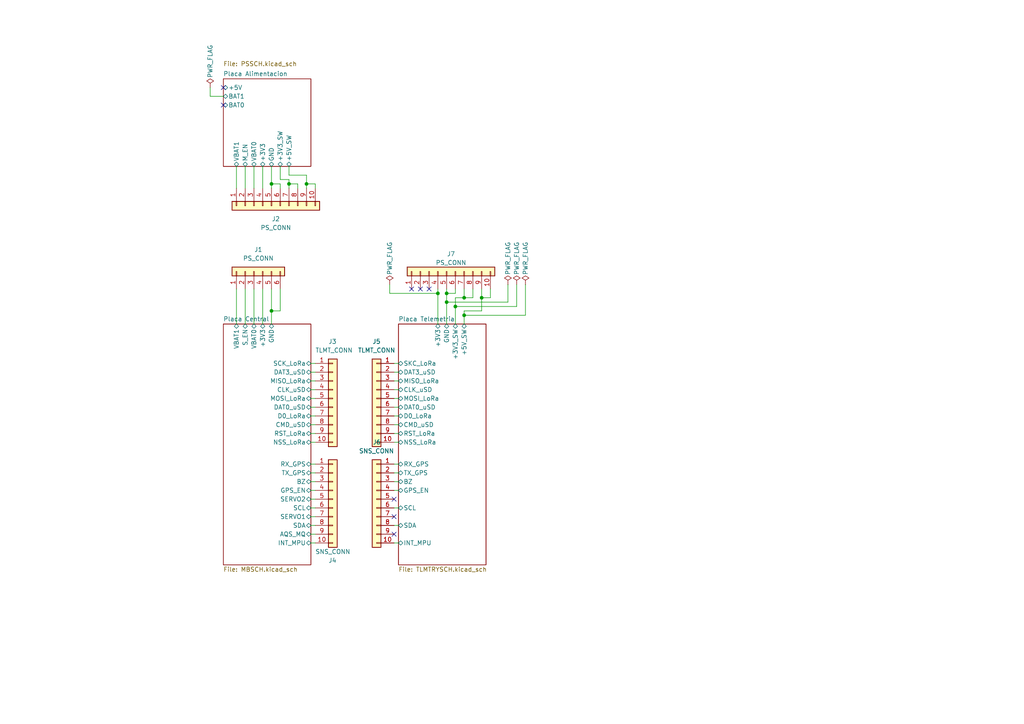
<source format=kicad_sch>
(kicad_sch (version 20230121) (generator eeschema)

  (uuid e63e39d7-6ac0-4ffd-8aa3-1841a4541b55)

  (paper "A4")

  (title_block
    (title "TBD")
    (date "2022-10-10")
    (rev "4_FULL")
    (company "gVIE")
    (comment 1 "Colegio: ITS Villada")
    (comment 2 "Córdoba, Argentina")
  )

  (lib_symbols
    (symbol "Connector_Generic:Conn_01x06" (pin_names (offset 1.016) hide) (in_bom yes) (on_board yes)
      (property "Reference" "J" (at 0 7.62 0)
        (effects (font (size 1.27 1.27)))
      )
      (property "Value" "Conn_01x06" (at 0 -10.16 0)
        (effects (font (size 1.27 1.27)))
      )
      (property "Footprint" "" (at 0 0 0)
        (effects (font (size 1.27 1.27)) hide)
      )
      (property "Datasheet" "~" (at 0 0 0)
        (effects (font (size 1.27 1.27)) hide)
      )
      (property "ki_keywords" "connector" (at 0 0 0)
        (effects (font (size 1.27 1.27)) hide)
      )
      (property "ki_description" "Generic connector, single row, 01x06, script generated (kicad-library-utils/schlib/autogen/connector/)" (at 0 0 0)
        (effects (font (size 1.27 1.27)) hide)
      )
      (property "ki_fp_filters" "Connector*:*_1x??_*" (at 0 0 0)
        (effects (font (size 1.27 1.27)) hide)
      )
      (symbol "Conn_01x06_1_1"
        (rectangle (start -1.27 -7.493) (end 0 -7.747)
          (stroke (width 0.1524) (type default))
          (fill (type none))
        )
        (rectangle (start -1.27 -4.953) (end 0 -5.207)
          (stroke (width 0.1524) (type default))
          (fill (type none))
        )
        (rectangle (start -1.27 -2.413) (end 0 -2.667)
          (stroke (width 0.1524) (type default))
          (fill (type none))
        )
        (rectangle (start -1.27 0.127) (end 0 -0.127)
          (stroke (width 0.1524) (type default))
          (fill (type none))
        )
        (rectangle (start -1.27 2.667) (end 0 2.413)
          (stroke (width 0.1524) (type default))
          (fill (type none))
        )
        (rectangle (start -1.27 5.207) (end 0 4.953)
          (stroke (width 0.1524) (type default))
          (fill (type none))
        )
        (rectangle (start -1.27 6.35) (end 1.27 -8.89)
          (stroke (width 0.254) (type default))
          (fill (type background))
        )
        (pin passive line (at -5.08 5.08 0) (length 3.81)
          (name "Pin_1" (effects (font (size 1.27 1.27))))
          (number "1" (effects (font (size 1.27 1.27))))
        )
        (pin passive line (at -5.08 2.54 0) (length 3.81)
          (name "Pin_2" (effects (font (size 1.27 1.27))))
          (number "2" (effects (font (size 1.27 1.27))))
        )
        (pin passive line (at -5.08 0 0) (length 3.81)
          (name "Pin_3" (effects (font (size 1.27 1.27))))
          (number "3" (effects (font (size 1.27 1.27))))
        )
        (pin passive line (at -5.08 -2.54 0) (length 3.81)
          (name "Pin_4" (effects (font (size 1.27 1.27))))
          (number "4" (effects (font (size 1.27 1.27))))
        )
        (pin passive line (at -5.08 -5.08 0) (length 3.81)
          (name "Pin_5" (effects (font (size 1.27 1.27))))
          (number "5" (effects (font (size 1.27 1.27))))
        )
        (pin passive line (at -5.08 -7.62 0) (length 3.81)
          (name "Pin_6" (effects (font (size 1.27 1.27))))
          (number "6" (effects (font (size 1.27 1.27))))
        )
      )
    )
    (symbol "Connector_Generic:Conn_01x10" (pin_names (offset 1.016) hide) (in_bom yes) (on_board yes)
      (property "Reference" "J" (at 0 12.7 0)
        (effects (font (size 1.27 1.27)))
      )
      (property "Value" "Conn_01x10" (at 0 -15.24 0)
        (effects (font (size 1.27 1.27)))
      )
      (property "Footprint" "" (at 0 0 0)
        (effects (font (size 1.27 1.27)) hide)
      )
      (property "Datasheet" "~" (at 0 0 0)
        (effects (font (size 1.27 1.27)) hide)
      )
      (property "ki_keywords" "connector" (at 0 0 0)
        (effects (font (size 1.27 1.27)) hide)
      )
      (property "ki_description" "Generic connector, single row, 01x10, script generated (kicad-library-utils/schlib/autogen/connector/)" (at 0 0 0)
        (effects (font (size 1.27 1.27)) hide)
      )
      (property "ki_fp_filters" "Connector*:*_1x??_*" (at 0 0 0)
        (effects (font (size 1.27 1.27)) hide)
      )
      (symbol "Conn_01x10_1_1"
        (rectangle (start -1.27 -12.573) (end 0 -12.827)
          (stroke (width 0.1524) (type default))
          (fill (type none))
        )
        (rectangle (start -1.27 -10.033) (end 0 -10.287)
          (stroke (width 0.1524) (type default))
          (fill (type none))
        )
        (rectangle (start -1.27 -7.493) (end 0 -7.747)
          (stroke (width 0.1524) (type default))
          (fill (type none))
        )
        (rectangle (start -1.27 -4.953) (end 0 -5.207)
          (stroke (width 0.1524) (type default))
          (fill (type none))
        )
        (rectangle (start -1.27 -2.413) (end 0 -2.667)
          (stroke (width 0.1524) (type default))
          (fill (type none))
        )
        (rectangle (start -1.27 0.127) (end 0 -0.127)
          (stroke (width 0.1524) (type default))
          (fill (type none))
        )
        (rectangle (start -1.27 2.667) (end 0 2.413)
          (stroke (width 0.1524) (type default))
          (fill (type none))
        )
        (rectangle (start -1.27 5.207) (end 0 4.953)
          (stroke (width 0.1524) (type default))
          (fill (type none))
        )
        (rectangle (start -1.27 7.747) (end 0 7.493)
          (stroke (width 0.1524) (type default))
          (fill (type none))
        )
        (rectangle (start -1.27 10.287) (end 0 10.033)
          (stroke (width 0.1524) (type default))
          (fill (type none))
        )
        (rectangle (start -1.27 11.43) (end 1.27 -13.97)
          (stroke (width 0.254) (type default))
          (fill (type background))
        )
        (pin passive line (at -5.08 10.16 0) (length 3.81)
          (name "Pin_1" (effects (font (size 1.27 1.27))))
          (number "1" (effects (font (size 1.27 1.27))))
        )
        (pin passive line (at -5.08 -12.7 0) (length 3.81)
          (name "Pin_10" (effects (font (size 1.27 1.27))))
          (number "10" (effects (font (size 1.27 1.27))))
        )
        (pin passive line (at -5.08 7.62 0) (length 3.81)
          (name "Pin_2" (effects (font (size 1.27 1.27))))
          (number "2" (effects (font (size 1.27 1.27))))
        )
        (pin passive line (at -5.08 5.08 0) (length 3.81)
          (name "Pin_3" (effects (font (size 1.27 1.27))))
          (number "3" (effects (font (size 1.27 1.27))))
        )
        (pin passive line (at -5.08 2.54 0) (length 3.81)
          (name "Pin_4" (effects (font (size 1.27 1.27))))
          (number "4" (effects (font (size 1.27 1.27))))
        )
        (pin passive line (at -5.08 0 0) (length 3.81)
          (name "Pin_5" (effects (font (size 1.27 1.27))))
          (number "5" (effects (font (size 1.27 1.27))))
        )
        (pin passive line (at -5.08 -2.54 0) (length 3.81)
          (name "Pin_6" (effects (font (size 1.27 1.27))))
          (number "6" (effects (font (size 1.27 1.27))))
        )
        (pin passive line (at -5.08 -5.08 0) (length 3.81)
          (name "Pin_7" (effects (font (size 1.27 1.27))))
          (number "7" (effects (font (size 1.27 1.27))))
        )
        (pin passive line (at -5.08 -7.62 0) (length 3.81)
          (name "Pin_8" (effects (font (size 1.27 1.27))))
          (number "8" (effects (font (size 1.27 1.27))))
        )
        (pin passive line (at -5.08 -10.16 0) (length 3.81)
          (name "Pin_9" (effects (font (size 1.27 1.27))))
          (number "9" (effects (font (size 1.27 1.27))))
        )
      )
    )
    (symbol "power:PWR_FLAG" (power) (pin_numbers hide) (pin_names (offset 0) hide) (in_bom yes) (on_board yes)
      (property "Reference" "#FLG" (at 0 1.905 0)
        (effects (font (size 1.27 1.27)) hide)
      )
      (property "Value" "PWR_FLAG" (at 0 3.81 0)
        (effects (font (size 1.27 1.27)))
      )
      (property "Footprint" "" (at 0 0 0)
        (effects (font (size 1.27 1.27)) hide)
      )
      (property "Datasheet" "~" (at 0 0 0)
        (effects (font (size 1.27 1.27)) hide)
      )
      (property "ki_keywords" "power-flag" (at 0 0 0)
        (effects (font (size 1.27 1.27)) hide)
      )
      (property "ki_description" "Special symbol for telling ERC where power comes from" (at 0 0 0)
        (effects (font (size 1.27 1.27)) hide)
      )
      (symbol "PWR_FLAG_0_0"
        (pin power_out line (at 0 0 90) (length 0)
          (name "pwr" (effects (font (size 1.27 1.27))))
          (number "1" (effects (font (size 1.27 1.27))))
        )
      )
      (symbol "PWR_FLAG_0_1"
        (polyline
          (pts
            (xy 0 0)
            (xy 0 1.27)
            (xy -1.016 1.905)
            (xy 0 2.54)
            (xy 1.016 1.905)
            (xy 0 1.27)
          )
          (stroke (width 0) (type default))
          (fill (type none))
        )
      )
    )
  )

  (junction (at 129.54 85.09) (diameter 0) (color 0 0 0 0)
    (uuid 133a55a1-5d35-4d54-a5fc-b080c343177c)
  )
  (junction (at 88.9 53.34) (diameter 0) (color 0 0 0 0)
    (uuid 204d2551-9da2-4789-999f-e73eb90b0926)
  )
  (junction (at 139.7 86.36) (diameter 0) (color 0 0 0 0)
    (uuid 67f6158d-a64f-4c31-ab05-4cf34c39977b)
  )
  (junction (at 134.62 91.44) (diameter 0) (color 0 0 0 0)
    (uuid 84f0d5ae-027a-46a2-b953-fb63beb1f328)
  )
  (junction (at 83.82 53.34) (diameter 0) (color 0 0 0 0)
    (uuid 8ea59f50-3c63-4bf1-bf62-5eab5bcd0f29)
  )
  (junction (at 78.74 90.17) (diameter 0) (color 0 0 0 0)
    (uuid a9b42288-928d-4a67-855d-437e5734f8d6)
  )
  (junction (at 129.54 87.63) (diameter 0) (color 0 0 0 0)
    (uuid ae9e1bd1-d282-478c-8db0-828e30e9b2c8)
  )
  (junction (at 134.62 86.36) (diameter 0) (color 0 0 0 0)
    (uuid c1e616e9-1200-4db4-af10-fb4e70e86bfd)
  )
  (junction (at 132.08 88.9) (diameter 0) (color 0 0 0 0)
    (uuid c82f0249-9d2a-48bd-b244-727056ef2a66)
  )
  (junction (at 127 85.09) (diameter 0) (color 0 0 0 0)
    (uuid e0012e12-cdd9-4b86-a316-b9960806daea)
  )
  (junction (at 78.74 53.34) (diameter 0) (color 0 0 0 0)
    (uuid ee2e89e4-77bf-4781-a89b-456d3ee64b1a)
  )

  (no_connect (at 64.77 30.48) (uuid 078372c9-173d-4dd9-b525-83430ee4b8af))
  (no_connect (at 124.46 83.82) (uuid 46b6d44e-1109-4007-8ee3-255a59828f7f))
  (no_connect (at 121.92 83.82) (uuid 63847f86-e65b-440c-b75f-766b3f1f51b4))
  (no_connect (at 64.77 25.4) (uuid 7d43e695-94e7-4851-8243-ef0b89b4cf98))
  (no_connect (at 114.3 144.78) (uuid 8d07bbc4-84bf-4ddd-9eb6-7a77f2ac2633))
  (no_connect (at 114.3 154.94) (uuid 8d07bbc4-84bf-4ddd-9eb6-7a77f2ac2636))
  (no_connect (at 114.3 149.86) (uuid 8d07bbc4-84bf-4ddd-9eb6-7a77f2ac2638))
  (no_connect (at 119.38 83.82) (uuid ac0d4fc9-f592-470f-adbd-4840f332418f))

  (wire (pts (xy 83.82 48.26) (xy 83.82 50.8))
    (stroke (width 0) (type default))
    (uuid 01691f12-300c-47b0-8278-bc40854f7182)
  )
  (wire (pts (xy 83.82 52.07) (xy 83.82 53.34))
    (stroke (width 0) (type default))
    (uuid 0b0d0cc5-b325-4df2-8c4c-1903e74e76f9)
  )
  (wire (pts (xy 114.3 157.48) (xy 115.57 157.48))
    (stroke (width 0) (type default))
    (uuid 130bba6e-ad60-480b-bfa9-efe5c8dd3408)
  )
  (wire (pts (xy 71.12 48.26) (xy 71.12 54.61))
    (stroke (width 0) (type default))
    (uuid 134cc890-fe13-4f6b-9be4-40bcdb4fda43)
  )
  (wire (pts (xy 139.7 86.36) (xy 139.7 90.17))
    (stroke (width 0) (type default))
    (uuid 1668dd3a-7f0d-4a66-8983-c1947d6f09a8)
  )
  (wire (pts (xy 88.9 50.8) (xy 88.9 53.34))
    (stroke (width 0) (type default))
    (uuid 178eae74-fa81-4625-8f28-84bdf4846b5b)
  )
  (wire (pts (xy 81.28 53.34) (xy 78.74 53.34))
    (stroke (width 0) (type default))
    (uuid 1a23bffa-03f7-4bfa-90f4-93859e92189a)
  )
  (wire (pts (xy 149.86 82.55) (xy 149.86 88.9))
    (stroke (width 0) (type default))
    (uuid 1f596f42-ebc0-4a37-86af-1ed6ca94b9a3)
  )
  (wire (pts (xy 132.08 83.82) (xy 132.08 85.09))
    (stroke (width 0) (type default))
    (uuid 20bb9fb1-12fe-46f7-b912-d8a7c5995a6e)
  )
  (wire (pts (xy 90.17 105.41) (xy 91.44 105.41))
    (stroke (width 0) (type default))
    (uuid 26e1d914-e53b-4ae4-9fa8-e998725d3de8)
  )
  (wire (pts (xy 134.62 91.44) (xy 134.62 93.98))
    (stroke (width 0) (type default))
    (uuid 270312e1-2ecf-4a27-99ad-3d00e2c791c7)
  )
  (wire (pts (xy 134.62 90.17) (xy 134.62 91.44))
    (stroke (width 0) (type default))
    (uuid 27fa8d09-9767-4681-b052-d6dbd090e319)
  )
  (wire (pts (xy 73.66 83.82) (xy 73.66 93.98))
    (stroke (width 0) (type default))
    (uuid 2abc87be-4ad0-429f-ac97-d16c714e265c)
  )
  (wire (pts (xy 78.74 90.17) (xy 81.28 90.17))
    (stroke (width 0) (type default))
    (uuid 2b2cf94b-7602-4817-bbcf-79a1fb2b22c1)
  )
  (wire (pts (xy 90.17 154.94) (xy 91.44 154.94))
    (stroke (width 0) (type default))
    (uuid 2f7c975f-36ad-4589-b3da-cafc4d9df3b1)
  )
  (wire (pts (xy 149.86 88.9) (xy 132.08 88.9))
    (stroke (width 0) (type default))
    (uuid 343c97d0-c51e-4e2c-80dd-6ed63dc1ce3d)
  )
  (wire (pts (xy 83.82 53.34) (xy 83.82 54.61))
    (stroke (width 0) (type default))
    (uuid 35e4c65b-b74e-4039-8ee9-7989ca8972ec)
  )
  (wire (pts (xy 114.3 147.32) (xy 115.57 147.32))
    (stroke (width 0) (type default))
    (uuid 37e01866-82b0-4746-8c7f-8ee2bc254042)
  )
  (wire (pts (xy 147.32 87.63) (xy 129.54 87.63))
    (stroke (width 0) (type default))
    (uuid 3895cd56-2e30-4b7d-8f63-ed9675ec0fd9)
  )
  (wire (pts (xy 86.36 54.61) (xy 86.36 53.34))
    (stroke (width 0) (type default))
    (uuid 3981a1bc-70ed-4714-964a-8a90eba30fe9)
  )
  (wire (pts (xy 114.3 123.19) (xy 115.57 123.19))
    (stroke (width 0) (type default))
    (uuid 39fd0742-d9fd-4d52-87a4-1a5bbdb23ab4)
  )
  (wire (pts (xy 71.12 83.82) (xy 71.12 93.98))
    (stroke (width 0) (type default))
    (uuid 3aa6701c-0aaf-4a40-a770-b9704790161d)
  )
  (wire (pts (xy 152.4 82.55) (xy 152.4 91.44))
    (stroke (width 0) (type default))
    (uuid 3bf466aa-f62e-44e8-90b7-bfe590f0f2d3)
  )
  (wire (pts (xy 73.66 48.26) (xy 73.66 54.61))
    (stroke (width 0) (type default))
    (uuid 3cb78965-9977-4a7f-8a7a-48b65ad1debe)
  )
  (wire (pts (xy 114.3 120.65) (xy 115.57 120.65))
    (stroke (width 0) (type default))
    (uuid 3f3bcbe3-d7a4-4df6-8748-c09116659ce3)
  )
  (wire (pts (xy 78.74 53.34) (xy 78.74 54.61))
    (stroke (width 0) (type default))
    (uuid 40d2b900-a33b-4039-b057-af77ebde54d5)
  )
  (wire (pts (xy 132.08 88.9) (xy 132.08 93.98))
    (stroke (width 0) (type default))
    (uuid 437cdb39-ee48-4f3b-97c4-439a2d7af933)
  )
  (wire (pts (xy 90.17 107.95) (xy 91.44 107.95))
    (stroke (width 0) (type default))
    (uuid 440f3cad-97d0-44c6-9303-d68058834382)
  )
  (wire (pts (xy 90.17 125.73) (xy 91.44 125.73))
    (stroke (width 0) (type default))
    (uuid 442c0c50-f237-4512-9a13-f8d6d8fe13de)
  )
  (wire (pts (xy 134.62 86.36) (xy 132.08 86.36))
    (stroke (width 0) (type default))
    (uuid 446636c7-b482-441d-bd68-501c5fe278e5)
  )
  (wire (pts (xy 68.58 48.26) (xy 68.58 54.61))
    (stroke (width 0) (type default))
    (uuid 4674d436-e1ec-4904-acee-f868012ec918)
  )
  (wire (pts (xy 78.74 83.82) (xy 78.74 90.17))
    (stroke (width 0) (type default))
    (uuid 4cac4a86-c0ed-4692-b635-5f0ea99d9295)
  )
  (wire (pts (xy 90.17 118.11) (xy 91.44 118.11))
    (stroke (width 0) (type default))
    (uuid 4e0d0146-3a7e-464d-8bed-a76ff490c1a4)
  )
  (wire (pts (xy 90.17 115.57) (xy 91.44 115.57))
    (stroke (width 0) (type default))
    (uuid 4f3bb38b-0c2f-4ace-8643-6fdb4694a731)
  )
  (wire (pts (xy 81.28 52.07) (xy 83.82 52.07))
    (stroke (width 0) (type default))
    (uuid 5350f2b3-a7f6-47ea-8ed3-9599e1c5196c)
  )
  (wire (pts (xy 114.3 113.03) (xy 115.57 113.03))
    (stroke (width 0) (type default))
    (uuid 55984b0c-62df-4609-abbd-b0d61f6e2d1e)
  )
  (wire (pts (xy 129.54 83.82) (xy 129.54 85.09))
    (stroke (width 0) (type default))
    (uuid 57357f45-62f0-4bed-9d45-9b6f9ea1d2bc)
  )
  (wire (pts (xy 81.28 54.61) (xy 81.28 53.34))
    (stroke (width 0) (type default))
    (uuid 57e3c9d2-8c97-44eb-848b-5cd72ef9350b)
  )
  (wire (pts (xy 114.3 142.24) (xy 115.57 142.24))
    (stroke (width 0) (type default))
    (uuid 5b76c219-062d-457a-b6e0-b96e7b1ee2f3)
  )
  (wire (pts (xy 114.3 107.95) (xy 115.57 107.95))
    (stroke (width 0) (type default))
    (uuid 5bbed47e-65c0-4051-beeb-42678334afe5)
  )
  (wire (pts (xy 88.9 53.34) (xy 88.9 54.61))
    (stroke (width 0) (type default))
    (uuid 5ec44760-4be3-4bf1-92ed-e57db42f9cae)
  )
  (wire (pts (xy 90.17 157.48) (xy 91.44 157.48))
    (stroke (width 0) (type default))
    (uuid 6109e17d-3b81-4dd8-95e6-d265ab4e6d08)
  )
  (wire (pts (xy 134.62 83.82) (xy 134.62 86.36))
    (stroke (width 0) (type default))
    (uuid 6849de04-564b-438e-a9d8-eb14ba3d399b)
  )
  (wire (pts (xy 114.3 110.49) (xy 115.57 110.49))
    (stroke (width 0) (type default))
    (uuid 6863a8b5-e9b9-43e0-b1c3-ed3b7345fc89)
  )
  (wire (pts (xy 129.54 85.09) (xy 132.08 85.09))
    (stroke (width 0) (type default))
    (uuid 68c748b5-6ad3-4888-99db-3527180bd9a8)
  )
  (wire (pts (xy 90.17 137.16) (xy 91.44 137.16))
    (stroke (width 0) (type default))
    (uuid 6a12a800-1164-4877-961c-212210e95913)
  )
  (wire (pts (xy 91.44 54.61) (xy 91.44 53.34))
    (stroke (width 0) (type default))
    (uuid 6ac4540d-c0c0-4472-a89a-ad24b5e6f313)
  )
  (wire (pts (xy 90.17 147.32) (xy 91.44 147.32))
    (stroke (width 0) (type default))
    (uuid 6b165d36-02c2-4a6d-9c12-6f6cb9053561)
  )
  (wire (pts (xy 60.96 25.4) (xy 60.96 27.94))
    (stroke (width 0) (type default))
    (uuid 6eccde5c-d057-47fa-a482-a1bbbbe5f75c)
  )
  (wire (pts (xy 113.03 82.55) (xy 113.03 85.09))
    (stroke (width 0) (type default))
    (uuid 7193b3ef-1600-4e15-ab9b-fb87e1c31301)
  )
  (wire (pts (xy 114.3 137.16) (xy 115.57 137.16))
    (stroke (width 0) (type default))
    (uuid 75c695e2-09f0-471a-9b6c-b18e96cc8e11)
  )
  (wire (pts (xy 90.17 149.86) (xy 91.44 149.86))
    (stroke (width 0) (type default))
    (uuid 7758d6d9-12ed-4d11-b38b-33b7f6081615)
  )
  (wire (pts (xy 147.32 82.55) (xy 147.32 87.63))
    (stroke (width 0) (type default))
    (uuid 7d3e09fb-d60f-46a8-9de8-581074a84bcb)
  )
  (wire (pts (xy 127 85.09) (xy 127 93.98))
    (stroke (width 0) (type default))
    (uuid 7edc735c-4e87-4c6f-8530-294c7688bd75)
  )
  (wire (pts (xy 83.82 50.8) (xy 88.9 50.8))
    (stroke (width 0) (type default))
    (uuid 85a6af1b-6854-469c-bb90-e80cc017f7e3)
  )
  (wire (pts (xy 139.7 86.36) (xy 142.24 86.36))
    (stroke (width 0) (type default))
    (uuid 8ce32afb-454b-42c1-b880-6114247cf9ad)
  )
  (wire (pts (xy 81.28 48.26) (xy 81.28 52.07))
    (stroke (width 0) (type default))
    (uuid 8d5d58cf-fe31-4ab8-86fe-21b3f5fd64c0)
  )
  (wire (pts (xy 139.7 90.17) (xy 134.62 90.17))
    (stroke (width 0) (type default))
    (uuid 8e15c036-a721-43dc-9cda-75ab4b73d3e4)
  )
  (wire (pts (xy 152.4 91.44) (xy 134.62 91.44))
    (stroke (width 0) (type default))
    (uuid 8ede323d-2c40-4c19-88e4-cbdbbe0d39ff)
  )
  (wire (pts (xy 90.17 152.4) (xy 91.44 152.4))
    (stroke (width 0) (type default))
    (uuid 9141725a-e7f1-4537-a65e-aff867825b73)
  )
  (wire (pts (xy 90.17 120.65) (xy 91.44 120.65))
    (stroke (width 0) (type default))
    (uuid 91acee51-7246-4efb-b543-66c18f169f47)
  )
  (wire (pts (xy 81.28 83.82) (xy 81.28 90.17))
    (stroke (width 0) (type default))
    (uuid 9a63eda6-7486-4b13-b234-c5da29d631b3)
  )
  (wire (pts (xy 90.17 144.78) (xy 91.44 144.78))
    (stroke (width 0) (type default))
    (uuid 9a800e90-4d26-4916-813a-0129a20f05f3)
  )
  (wire (pts (xy 90.17 142.24) (xy 91.44 142.24))
    (stroke (width 0) (type default))
    (uuid 9c549cdd-3408-4213-a085-a508f3d2b679)
  )
  (wire (pts (xy 137.16 83.82) (xy 137.16 86.36))
    (stroke (width 0) (type default))
    (uuid 9e149d60-51bf-4b7d-b062-9f8d1ce81b7f)
  )
  (wire (pts (xy 68.58 83.82) (xy 68.58 93.98))
    (stroke (width 0) (type default))
    (uuid 9e7a6018-a073-4750-a1cb-67a0a4f908bb)
  )
  (wire (pts (xy 139.7 83.82) (xy 139.7 86.36))
    (stroke (width 0) (type default))
    (uuid 9f86bb1d-d5da-4a41-ae8a-cbecd90b4ab1)
  )
  (wire (pts (xy 83.82 53.34) (xy 86.36 53.34))
    (stroke (width 0) (type default))
    (uuid a09be706-f7c8-44db-af3f-31aecac8a25f)
  )
  (wire (pts (xy 90.17 128.27) (xy 91.44 128.27))
    (stroke (width 0) (type default))
    (uuid a0f2e131-5c6c-47eb-9f20-67523df053b3)
  )
  (wire (pts (xy 132.08 86.36) (xy 132.08 88.9))
    (stroke (width 0) (type default))
    (uuid a17d7fcf-5fa6-42ec-829c-2a3efbfd5a2e)
  )
  (wire (pts (xy 129.54 87.63) (xy 129.54 93.98))
    (stroke (width 0) (type default))
    (uuid a4a9f58a-d5d8-4203-9a31-6aa64c191179)
  )
  (wire (pts (xy 88.9 53.34) (xy 91.44 53.34))
    (stroke (width 0) (type default))
    (uuid a4c92d97-4cbd-4e26-a686-845eccd85e82)
  )
  (wire (pts (xy 90.17 110.49) (xy 91.44 110.49))
    (stroke (width 0) (type default))
    (uuid ae9c90a0-e9e9-481d-b890-e52c00db8d8a)
  )
  (wire (pts (xy 114.3 115.57) (xy 115.57 115.57))
    (stroke (width 0) (type default))
    (uuid b2abd0cc-d5a1-49c5-a06a-26841339ff5b)
  )
  (wire (pts (xy 114.3 118.11) (xy 115.57 118.11))
    (stroke (width 0) (type default))
    (uuid b531b4b4-9c32-4663-9268-11c45dafa802)
  )
  (wire (pts (xy 114.3 128.27) (xy 115.57 128.27))
    (stroke (width 0) (type default))
    (uuid b8030571-19f1-4646-8aae-babdfe72d94b)
  )
  (wire (pts (xy 76.2 48.26) (xy 76.2 54.61))
    (stroke (width 0) (type default))
    (uuid c7e9427f-51fc-4841-8c80-0cc8e0a1cbdd)
  )
  (wire (pts (xy 90.17 134.62) (xy 91.44 134.62))
    (stroke (width 0) (type default))
    (uuid cc668b11-9e0d-4ad9-afc3-fc2efab94890)
  )
  (wire (pts (xy 114.3 134.62) (xy 115.57 134.62))
    (stroke (width 0) (type default))
    (uuid cf9c81f1-6e62-48a6-b9ac-0b89fec8356f)
  )
  (wire (pts (xy 90.17 139.7) (xy 91.44 139.7))
    (stroke (width 0) (type default))
    (uuid d1d8b414-8d55-4a75-ad14-6f6d14297c00)
  )
  (wire (pts (xy 114.3 152.4) (xy 115.57 152.4))
    (stroke (width 0) (type default))
    (uuid d20747a5-89b4-4657-b3ae-08e483557468)
  )
  (wire (pts (xy 113.03 85.09) (xy 127 85.09))
    (stroke (width 0) (type default))
    (uuid d85f8189-3260-49df-89a5-986d1fe2f027)
  )
  (wire (pts (xy 142.24 83.82) (xy 142.24 86.36))
    (stroke (width 0) (type default))
    (uuid da0b486b-68d6-42cb-8ef2-525b8b71627e)
  )
  (wire (pts (xy 64.77 27.94) (xy 60.96 27.94))
    (stroke (width 0) (type default))
    (uuid db91fed4-f0bc-4ced-8719-64a5a1241f3e)
  )
  (wire (pts (xy 114.3 105.41) (xy 115.57 105.41))
    (stroke (width 0) (type default))
    (uuid e29ef570-342d-4895-bbfa-e4fc4df4177c)
  )
  (wire (pts (xy 78.74 48.26) (xy 78.74 53.34))
    (stroke (width 0) (type default))
    (uuid e2d37a74-2a1a-4cef-8258-1a3554f248cc)
  )
  (wire (pts (xy 90.17 113.03) (xy 91.44 113.03))
    (stroke (width 0) (type default))
    (uuid e2fce45e-1d5c-40fa-9e28-708f53c04d9f)
  )
  (wire (pts (xy 129.54 85.09) (xy 129.54 87.63))
    (stroke (width 0) (type default))
    (uuid e58aadca-a80e-4831-a9c7-1a688c3b5728)
  )
  (wire (pts (xy 114.3 125.73) (xy 115.57 125.73))
    (stroke (width 0) (type default))
    (uuid ebcfbdb5-872a-4a0d-ae64-41f53f48b075)
  )
  (wire (pts (xy 114.3 139.7) (xy 115.57 139.7))
    (stroke (width 0) (type default))
    (uuid ed0b8e34-f012-42c0-b6dc-1b4c685d177d)
  )
  (wire (pts (xy 134.62 86.36) (xy 137.16 86.36))
    (stroke (width 0) (type default))
    (uuid f25525ee-8797-45c6-98cd-1cdba47a8ed2)
  )
  (wire (pts (xy 76.2 83.82) (xy 76.2 93.98))
    (stroke (width 0) (type default))
    (uuid f4cfeb19-f0df-4365-af0f-394355e64c40)
  )
  (wire (pts (xy 78.74 90.17) (xy 78.74 93.98))
    (stroke (width 0) (type default))
    (uuid f98fc268-9189-4e42-a5e8-ca207267a3be)
  )
  (wire (pts (xy 127 85.09) (xy 127 83.82))
    (stroke (width 0) (type default))
    (uuid fb6991db-1107-4323-8a1b-b85973a094ba)
  )
  (wire (pts (xy 90.17 123.19) (xy 91.44 123.19))
    (stroke (width 0) (type default))
    (uuid fbeb7262-88e5-4fec-a5e2-3c8ab95a3268)
  )

  (symbol (lib_id "power:PWR_FLAG") (at 147.32 82.55 0) (unit 1)
    (in_bom yes) (on_board yes) (dnp no)
    (uuid 05add7da-6d0c-4ae0-b42c-060576db9e8b)
    (property "Reference" "#FLG03" (at 147.32 80.645 0)
      (effects (font (size 1.27 1.27)) hide)
    )
    (property "Value" "PWR_FLAG" (at 147.32 74.93 90)
      (effects (font (size 1.27 1.27)))
    )
    (property "Footprint" "" (at 147.32 82.55 0)
      (effects (font (size 1.27 1.27)) hide)
    )
    (property "Datasheet" "~" (at 147.32 82.55 0)
      (effects (font (size 1.27 1.27)) hide)
    )
    (pin "1" (uuid a62e29db-9f02-4b63-a25d-4033144e8c5f))
    (instances
      (project "CANSAT_PAYLOAD_MK4"
        (path "/e63e39d7-6ac0-4ffd-8aa3-1841a4541b55"
          (reference "#FLG03") (unit 1)
        )
      )
    )
  )

  (symbol (lib_id "Connector_Generic:Conn_01x10") (at 78.74 59.69 90) (mirror x) (unit 1)
    (in_bom yes) (on_board yes) (dnp no) (fields_autoplaced)
    (uuid 1934a325-c7c7-4278-8ce8-bf8dde325821)
    (property "Reference" "J2" (at 80.01 63.5 90)
      (effects (font (size 1.27 1.27)))
    )
    (property "Value" "PS_CONN" (at 80.01 66.04 90)
      (effects (font (size 1.27 1.27)))
    )
    (property "Footprint" "mCALCAN_lib:PCB_CONN" (at 78.74 59.69 0)
      (effects (font (size 1.27 1.27)) hide)
    )
    (property "Datasheet" "~" (at 78.74 59.69 0)
      (effects (font (size 1.27 1.27)) hide)
    )
    (pin "1" (uuid 9d90d819-56bd-42b7-a6ef-143c24318d07))
    (pin "10" (uuid 2eb34f89-1e85-4571-863a-0ca4f65a261e))
    (pin "2" (uuid 52978c30-d4e6-448f-9460-ae0e3ba7264f))
    (pin "3" (uuid e0b71791-465b-4b6e-8e8c-bb1a028a82da))
    (pin "4" (uuid 7e42c3a5-6850-406f-a696-3e1df7ee5eda))
    (pin "5" (uuid 2140ab4e-2b54-44b4-906b-51f7811f9fc9))
    (pin "6" (uuid 7141b95e-e9a8-4ce6-9d08-cbc90020b224))
    (pin "7" (uuid 924c6005-3571-4bc0-b956-21b57159e49f))
    (pin "8" (uuid 634477d0-803c-434f-a7a1-fee6e2ba6000))
    (pin "9" (uuid 268bb384-3785-4e9e-80c8-5d0ad2cc4dc6))
    (instances
      (project "CANSAT_PAYLOAD_MK4"
        (path "/e63e39d7-6ac0-4ffd-8aa3-1841a4541b55"
          (reference "J2") (unit 1)
        )
      )
    )
  )

  (symbol (lib_id "power:PWR_FLAG") (at 149.86 82.55 0) (unit 1)
    (in_bom yes) (on_board yes) (dnp no)
    (uuid 246c406e-6d7a-4b38-b6b1-9705dce4d7da)
    (property "Reference" "#FLG04" (at 149.86 80.645 0)
      (effects (font (size 1.27 1.27)) hide)
    )
    (property "Value" "PWR_FLAG" (at 149.86 74.93 90)
      (effects (font (size 1.27 1.27)))
    )
    (property "Footprint" "" (at 149.86 82.55 0)
      (effects (font (size 1.27 1.27)) hide)
    )
    (property "Datasheet" "~" (at 149.86 82.55 0)
      (effects (font (size 1.27 1.27)) hide)
    )
    (pin "1" (uuid ab819ef8-c747-450d-9bed-546a8972ea94))
    (instances
      (project "CANSAT_PAYLOAD_MK4"
        (path "/e63e39d7-6ac0-4ffd-8aa3-1841a4541b55"
          (reference "#FLG04") (unit 1)
        )
      )
    )
  )

  (symbol (lib_id "Connector_Generic:Conn_01x10") (at 129.54 78.74 90) (unit 1)
    (in_bom yes) (on_board yes) (dnp no)
    (uuid 35709ab1-3770-4f15-a37b-d508c5b2b2d1)
    (property "Reference" "J7" (at 130.81 73.66 90)
      (effects (font (size 1.27 1.27)))
    )
    (property "Value" "PS_CONN" (at 130.81 76.2 90)
      (effects (font (size 1.27 1.27)))
    )
    (property "Footprint" "mCALCAN_lib:PCB_CONN" (at 129.54 78.74 0)
      (effects (font (size 1.27 1.27)) hide)
    )
    (property "Datasheet" "~" (at 129.54 78.74 0)
      (effects (font (size 1.27 1.27)) hide)
    )
    (pin "1" (uuid bcf110c5-9d3f-46d8-b6f0-3ff11b568293))
    (pin "10" (uuid e2101063-e6ce-4e7d-9262-995b02918408))
    (pin "2" (uuid 6752d14c-be91-4dcf-8fd0-e5fa941b9f4f))
    (pin "3" (uuid 3f874fbb-dd9a-425b-a512-767df638b93a))
    (pin "4" (uuid 0c8f51d8-178a-4623-892b-43a1b4dded16))
    (pin "5" (uuid a2dba816-fee7-4142-9788-e8b6a4877d50))
    (pin "6" (uuid 048a672f-e254-4fa8-bbe8-7ab5c6c7688b))
    (pin "7" (uuid 711e00b7-2312-4d0e-bb53-6621db6f0e6f))
    (pin "8" (uuid 70372122-a8a4-4bc7-ba20-dc41376e1a36))
    (pin "9" (uuid 8a52bc05-1396-4292-bd9d-a0e001cb2545))
    (instances
      (project "CANSAT_PAYLOAD_MK4"
        (path "/e63e39d7-6ac0-4ffd-8aa3-1841a4541b55"
          (reference "J7") (unit 1)
        )
      )
    )
  )

  (symbol (lib_id "Connector_Generic:Conn_01x10") (at 96.52 144.78 0) (unit 1)
    (in_bom yes) (on_board yes) (dnp no)
    (uuid 3f273f75-4438-4817-8120-c90ca9db2836)
    (property "Reference" "J4" (at 95.25 162.56 0)
      (effects (font (size 1.27 1.27)) (justify left))
    )
    (property "Value" "SNS_CONN" (at 91.44 160.02 0)
      (effects (font (size 1.27 1.27)) (justify left))
    )
    (property "Footprint" "mCALCAN_lib:PCB_CONN" (at 96.52 144.78 0)
      (effects (font (size 1.27 1.27)) hide)
    )
    (property "Datasheet" "~" (at 96.52 144.78 0)
      (effects (font (size 1.27 1.27)) hide)
    )
    (pin "1" (uuid 1c258b96-61b7-4fe5-9fcf-fe60ab4dc009))
    (pin "10" (uuid 39e2576e-535e-4759-8e90-2c4b50d41b61))
    (pin "2" (uuid c121c077-ac21-4345-b677-35d2e17ed935))
    (pin "3" (uuid 80b23f0b-a9cf-4f4d-8ff9-44c399541d57))
    (pin "4" (uuid 57b0ed4e-3c74-4641-80f5-556a46a345e4))
    (pin "5" (uuid 94b6cf4c-cfd3-4f45-9a61-c91eaca7f7c0))
    (pin "6" (uuid 7d924492-06b9-4e8b-ad72-2209ecf70752))
    (pin "7" (uuid e9c145e6-6b2a-440e-945b-98072ff387ac))
    (pin "8" (uuid 53ff4e12-0975-4494-a35c-83891636032a))
    (pin "9" (uuid f1e87963-0731-4915-9fb1-b04bf4ec700b))
    (instances
      (project "CANSAT_PAYLOAD_MK4"
        (path "/e63e39d7-6ac0-4ffd-8aa3-1841a4541b55"
          (reference "J4") (unit 1)
        )
      )
    )
  )

  (symbol (lib_id "power:PWR_FLAG") (at 152.4 82.55 0) (unit 1)
    (in_bom yes) (on_board yes) (dnp no)
    (uuid 6ecc48a2-8059-452f-b782-bc5ee1f2a2bb)
    (property "Reference" "#FLG05" (at 152.4 80.645 0)
      (effects (font (size 1.27 1.27)) hide)
    )
    (property "Value" "PWR_FLAG" (at 152.4 74.93 90)
      (effects (font (size 1.27 1.27)))
    )
    (property "Footprint" "" (at 152.4 82.55 0)
      (effects (font (size 1.27 1.27)) hide)
    )
    (property "Datasheet" "~" (at 152.4 82.55 0)
      (effects (font (size 1.27 1.27)) hide)
    )
    (pin "1" (uuid 8ba001e1-ae29-4774-b80b-f47c49139c9b))
    (instances
      (project "CANSAT_PAYLOAD_MK4"
        (path "/e63e39d7-6ac0-4ffd-8aa3-1841a4541b55"
          (reference "#FLG05") (unit 1)
        )
      )
    )
  )

  (symbol (lib_id "Connector_Generic:Conn_01x06") (at 73.66 78.74 90) (unit 1)
    (in_bom yes) (on_board yes) (dnp no) (fields_autoplaced)
    (uuid 7fe8840c-768a-46c2-a43a-9908037eff1b)
    (property "Reference" "J1" (at 74.93 72.39 90)
      (effects (font (size 1.27 1.27)))
    )
    (property "Value" "PS_CONN" (at 74.93 74.93 90)
      (effects (font (size 1.27 1.27)))
    )
    (property "Footprint" "mCALCAN_lib:PCB_CONN_S" (at 73.66 78.74 0)
      (effects (font (size 1.27 1.27)) hide)
    )
    (property "Datasheet" "~" (at 73.66 78.74 0)
      (effects (font (size 1.27 1.27)) hide)
    )
    (pin "1" (uuid f83c09df-ea06-4447-a8cc-6d873911fca1))
    (pin "2" (uuid 6734ca0f-4922-42e7-bf6b-0406cf187e1e))
    (pin "3" (uuid 42da5319-cdbb-44e5-ac9e-e6cc75c0028f))
    (pin "4" (uuid e9fcf385-9380-4c87-8aca-dfe9bbcc7460))
    (pin "5" (uuid bc9c4367-5fbf-4bd2-89a2-4b699e83ae5c))
    (pin "6" (uuid eb768eb4-18e8-4143-921c-adb0c97779ca))
    (instances
      (project "CANSAT_PAYLOAD_MK4"
        (path "/e63e39d7-6ac0-4ffd-8aa3-1841a4541b55"
          (reference "J1") (unit 1)
        )
      )
    )
  )

  (symbol (lib_id "power:PWR_FLAG") (at 113.03 82.55 0) (unit 1)
    (in_bom yes) (on_board yes) (dnp no)
    (uuid 93e56a29-564d-43ed-80eb-d7c7c7aba63c)
    (property "Reference" "#FLG02" (at 113.03 80.645 0)
      (effects (font (size 1.27 1.27)) hide)
    )
    (property "Value" "PWR_FLAG" (at 113.03 74.93 90)
      (effects (font (size 1.27 1.27)))
    )
    (property "Footprint" "" (at 113.03 82.55 0)
      (effects (font (size 1.27 1.27)) hide)
    )
    (property "Datasheet" "~" (at 113.03 82.55 0)
      (effects (font (size 1.27 1.27)) hide)
    )
    (pin "1" (uuid cb88800d-17b6-44a3-808f-bf3e6cba5ec8))
    (instances
      (project "CANSAT_PAYLOAD_MK4"
        (path "/e63e39d7-6ac0-4ffd-8aa3-1841a4541b55"
          (reference "#FLG02") (unit 1)
        )
      )
    )
  )

  (symbol (lib_id "Connector_Generic:Conn_01x10") (at 109.22 115.57 0) (mirror y) (unit 1)
    (in_bom yes) (on_board yes) (dnp no)
    (uuid d77414b0-9226-4ac8-9581-55bfa41780e5)
    (property "Reference" "J5" (at 109.22 99.06 0)
      (effects (font (size 1.27 1.27)))
    )
    (property "Value" "TLMT_CONN" (at 109.22 101.6 0)
      (effects (font (size 1.27 1.27)))
    )
    (property "Footprint" "mCALCAN_lib:PCB_CONN" (at 109.22 115.57 0)
      (effects (font (size 1.27 1.27)) hide)
    )
    (property "Datasheet" "~" (at 109.22 115.57 0)
      (effects (font (size 1.27 1.27)) hide)
    )
    (pin "1" (uuid a7daad92-51df-4d7d-8199-e39e9484f3a0))
    (pin "10" (uuid d06d8918-a6c6-4de2-9ef5-cb5d6ede14a0))
    (pin "2" (uuid cb4e33ac-c62b-4dbe-a6c0-a4cb0add1731))
    (pin "3" (uuid c6a61178-92da-4c67-b932-78b940fc0a76))
    (pin "4" (uuid 0ebffcb3-96dc-4722-92b8-a115b734b966))
    (pin "5" (uuid afc4c34a-d77f-4d6f-a84d-47e31840dbd7))
    (pin "6" (uuid 6d6c2573-0dd3-494d-96b0-0075265bf120))
    (pin "7" (uuid d59c95b1-e468-4694-9f28-e782907428b5))
    (pin "8" (uuid 8068b9a9-6cbc-456a-9f65-93201c8168e9))
    (pin "9" (uuid 8d7ba001-5c26-408e-a41a-57631aac5419))
    (instances
      (project "CANSAT_PAYLOAD_MK4"
        (path "/e63e39d7-6ac0-4ffd-8aa3-1841a4541b55"
          (reference "J5") (unit 1)
        )
      )
    )
  )

  (symbol (lib_id "power:PWR_FLAG") (at 60.96 25.4 0) (unit 1)
    (in_bom yes) (on_board yes) (dnp no)
    (uuid eca9df22-c1a8-453b-a259-cf13c67a271b)
    (property "Reference" "#FLG01" (at 60.96 23.495 0)
      (effects (font (size 1.27 1.27)) hide)
    )
    (property "Value" "PWR_FLAG" (at 60.96 17.78 90)
      (effects (font (size 1.27 1.27)))
    )
    (property "Footprint" "" (at 60.96 25.4 0)
      (effects (font (size 1.27 1.27)) hide)
    )
    (property "Datasheet" "~" (at 60.96 25.4 0)
      (effects (font (size 1.27 1.27)) hide)
    )
    (pin "1" (uuid 4d8a193f-329a-4532-8a0b-5125b3191877))
    (instances
      (project "CANSAT_PAYLOAD_MK4"
        (path "/e63e39d7-6ac0-4ffd-8aa3-1841a4541b55"
          (reference "#FLG01") (unit 1)
        )
      )
    )
  )

  (symbol (lib_id "Connector_Generic:Conn_01x10") (at 96.52 115.57 0) (unit 1)
    (in_bom yes) (on_board yes) (dnp no)
    (uuid efba4669-c812-42ef-9aa9-fb0e9be9b288)
    (property "Reference" "J3" (at 95.25 99.06 0)
      (effects (font (size 1.27 1.27)) (justify left))
    )
    (property "Value" "TLMT_CONN" (at 91.44 101.6 0)
      (effects (font (size 1.27 1.27)) (justify left))
    )
    (property "Footprint" "mCALCAN_lib:PCB_CONN" (at 96.52 115.57 0)
      (effects (font (size 1.27 1.27)) hide)
    )
    (property "Datasheet" "~" (at 96.52 115.57 0)
      (effects (font (size 1.27 1.27)) hide)
    )
    (pin "1" (uuid 5c1b268d-15a9-42d8-ab97-faf2237998c3))
    (pin "10" (uuid 92042288-c76e-482f-8737-71a917edc2bd))
    (pin "2" (uuid b1eb281c-9c63-4f25-83dc-939b7ae6e7e2))
    (pin "3" (uuid dbc2ea9b-25bb-4f36-86e0-a5ca1115e4cf))
    (pin "4" (uuid 275d27b7-b611-4afe-95d4-476833c4e292))
    (pin "5" (uuid f6f6f8e2-1b6b-41c6-87f6-f6d70ded67de))
    (pin "6" (uuid 29230f51-c153-49c7-92ac-32d2dde40f24))
    (pin "7" (uuid b323f0fc-c7c8-4398-82db-19d44003cbb5))
    (pin "8" (uuid 0f31664e-5107-4354-a742-e1480d027250))
    (pin "9" (uuid 13e17acb-6ef8-475a-9c0e-dd0200019105))
    (instances
      (project "CANSAT_PAYLOAD_MK4"
        (path "/e63e39d7-6ac0-4ffd-8aa3-1841a4541b55"
          (reference "J3") (unit 1)
        )
      )
    )
  )

  (symbol (lib_id "Connector_Generic:Conn_01x10") (at 109.22 144.78 0) (mirror y) (unit 1)
    (in_bom yes) (on_board yes) (dnp no)
    (uuid f86680f4-91c0-461c-bd93-62b241e8e1df)
    (property "Reference" "J6" (at 110.49 128.27 0)
      (effects (font (size 1.27 1.27)) (justify left))
    )
    (property "Value" "SNS_CONN" (at 114.3 130.81 0)
      (effects (font (size 1.27 1.27)) (justify left))
    )
    (property "Footprint" "mCALCAN_lib:PCB_CONN" (at 109.22 144.78 0)
      (effects (font (size 1.27 1.27)) hide)
    )
    (property "Datasheet" "~" (at 109.22 144.78 0)
      (effects (font (size 1.27 1.27)) hide)
    )
    (pin "1" (uuid 166723bb-e5d9-4da1-8600-2528e5033f2b))
    (pin "10" (uuid 8b841f21-fe91-4019-b9f5-6ed262ccfad0))
    (pin "2" (uuid a39dfbb9-9581-4e2b-838b-5fd296f8b20b))
    (pin "3" (uuid 41e99399-25d9-450e-ba3b-726aeb4d095f))
    (pin "4" (uuid 096e54f8-083a-4909-b9b5-a89a8ac848d9))
    (pin "5" (uuid 34972d64-10bf-43c7-9a7e-feba299200ee))
    (pin "6" (uuid b304409e-4173-432a-a0e6-3e73020ffe09))
    (pin "7" (uuid 3889804a-ebb2-4b40-b726-780fd1030dde))
    (pin "8" (uuid 74f430f3-ba63-4b9d-9f49-3fe3d290be5b))
    (pin "9" (uuid 32284ca8-f6a8-4b6a-afde-0202c0009ad0))
    (instances
      (project "CANSAT_PAYLOAD_MK4"
        (path "/e63e39d7-6ac0-4ffd-8aa3-1841a4541b55"
          (reference "J6") (unit 1)
        )
      )
    )
  )

  (sheet (at 64.77 93.98) (size 25.4 69.85) (fields_autoplaced)
    (stroke (width 0.1524) (type solid))
    (fill (color 0 0 0 0.0000))
    (uuid 1df78290-576f-4e84-be6f-8dfec107ab85)
    (property "Sheetname" "Placa Central" (at 64.77 93.2684 0)
      (effects (font (size 1.27 1.27)) (justify left bottom))
    )
    (property "Sheetfile" "MBSCH.kicad_sch" (at 64.77 164.4146 0)
      (effects (font (size 1.27 1.27)) (justify left top))
    )
    (pin "CMD_uSD" bidirectional (at 90.17 123.19 0)
      (effects (font (size 1.27 1.27)) (justify right))
      (uuid 62f39ebc-c9ef-4ff5-bbf4-5d58c406e80d)
    )
    (pin "BZ" bidirectional (at 90.17 139.7 0)
      (effects (font (size 1.27 1.27)) (justify right))
      (uuid f63d9167-b764-46f3-8601-14aca603a140)
    )
    (pin "RX_GPS" bidirectional (at 90.17 134.62 0)
      (effects (font (size 1.27 1.27)) (justify right))
      (uuid ce4192da-08a9-4c67-a044-b477b36be6ba)
    )
    (pin "S_EN" bidirectional (at 71.12 93.98 90)
      (effects (font (size 1.27 1.27)) (justify right))
      (uuid ff59b339-ec07-480e-83c9-c49750b71991)
    )
    (pin "RST_LoRa" bidirectional (at 90.17 125.73 0)
      (effects (font (size 1.27 1.27)) (justify right))
      (uuid 4f703f2c-57b1-4bf9-b689-6845d1e13475)
    )
    (pin "NSS_LoRa" bidirectional (at 90.17 128.27 0)
      (effects (font (size 1.27 1.27)) (justify right))
      (uuid d056d30f-ab09-4507-9269-9d99059f40c7)
    )
    (pin "SDA" bidirectional (at 90.17 152.4 0)
      (effects (font (size 1.27 1.27)) (justify right))
      (uuid 2991a14e-c914-48c6-9be6-8b16d03caaf6)
    )
    (pin "SCL" bidirectional (at 90.17 147.32 0)
      (effects (font (size 1.27 1.27)) (justify right))
      (uuid 23f0e785-e915-4b27-81bb-34a6cf657c83)
    )
    (pin "GND" bidirectional (at 78.74 93.98 90)
      (effects (font (size 1.27 1.27)) (justify right))
      (uuid f7049850-9e84-4013-a5bc-7a9226b66a5f)
    )
    (pin "+3V3" bidirectional (at 76.2 93.98 90)
      (effects (font (size 1.27 1.27)) (justify right))
      (uuid e87a0090-071e-4761-8d90-bac3ac833a58)
    )
    (pin "TX_GPS" bidirectional (at 90.17 137.16 0)
      (effects (font (size 1.27 1.27)) (justify right))
      (uuid b36db25d-0cfc-442f-b8e6-1549639da8a4)
    )
    (pin "CLK_uSD" bidirectional (at 90.17 113.03 0)
      (effects (font (size 1.27 1.27)) (justify right))
      (uuid e7842417-a825-4cf1-b09d-969f8e4a7fa9)
    )
    (pin "DAT0_uSD" bidirectional (at 90.17 118.11 0)
      (effects (font (size 1.27 1.27)) (justify right))
      (uuid 717d0b7c-a9ba-4506-838b-1052f7a96036)
    )
    (pin "DAT3_uSD" bidirectional (at 90.17 107.95 0)
      (effects (font (size 1.27 1.27)) (justify right))
      (uuid 69401d73-2d72-4953-94f7-06bd91592678)
    )
    (pin "SERVO2" bidirectional (at 90.17 144.78 0)
      (effects (font (size 1.27 1.27)) (justify right))
      (uuid 1150bf26-9d36-4910-b7e1-42ed3555df49)
    )
    (pin "SERVO1" bidirectional (at 90.17 149.86 0)
      (effects (font (size 1.27 1.27)) (justify right))
      (uuid d0779fe8-94d8-4eba-9d43-8334d98d8df0)
    )
    (pin "MOSI_LoRa" bidirectional (at 90.17 115.57 0)
      (effects (font (size 1.27 1.27)) (justify right))
      (uuid 59e8ac64-2cdf-4a0e-9ca4-b7672c1a999d)
    )
    (pin "MISO_LoRa" bidirectional (at 90.17 110.49 0)
      (effects (font (size 1.27 1.27)) (justify right))
      (uuid 116e92f9-805f-451d-ab6a-360f59e3d5ac)
    )
    (pin "SCK_LoRa" bidirectional (at 90.17 105.41 0)
      (effects (font (size 1.27 1.27)) (justify right))
      (uuid 2c5c194e-ae45-4b18-8c89-b86c6fad4e0b)
    )
    (pin "D0_LoRa" bidirectional (at 90.17 120.65 0)
      (effects (font (size 1.27 1.27)) (justify right))
      (uuid b1d41e3b-ef4b-4472-9aa4-7860376ef0ce)
    )
    (pin "INT_MPU" bidirectional (at 90.17 157.48 0)
      (effects (font (size 1.27 1.27)) (justify right))
      (uuid c29dbc9b-1738-4461-8f79-12385783e376)
    )
    (pin "AQS_MQ" bidirectional (at 90.17 154.94 0)
      (effects (font (size 1.27 1.27)) (justify right))
      (uuid 1e37105b-6a04-4f07-b82e-22d269c204f5)
    )
    (pin "VBAT1" bidirectional (at 68.58 93.98 90)
      (effects (font (size 1.27 1.27)) (justify right))
      (uuid 626c8897-74a5-4299-bced-fdc3366df1da)
    )
    (pin "VBAT0" bidirectional (at 73.66 93.98 90)
      (effects (font (size 1.27 1.27)) (justify right))
      (uuid e1e29c75-834c-4aa3-8d24-9ecd1146bca9)
    )
    (pin "GPS_EN" bidirectional (at 90.17 142.24 0)
      (effects (font (size 1.27 1.27)) (justify right))
      (uuid 8ba29177-f0ea-4b16-b1de-0c2fc699e91d)
    )
    (instances
      (project "CANSAT_PAYLOAD_MK4"
        (path "/e63e39d7-6ac0-4ffd-8aa3-1841a4541b55" (page "2"))
      )
    )
  )

  (sheet (at 64.77 22.86) (size 25.4 25.4)
    (stroke (width 0.1524) (type solid))
    (fill (color 0 0 0 0.0000))
    (uuid 9c2c7a46-4096-4307-8962-e91f5cbc2cc8)
    (property "Sheetname" "Placa Alimentacion" (at 64.77 22.1484 0)
      (effects (font (size 1.27 1.27)) (justify left bottom))
    )
    (property "Sheetfile" "PSSCH.kicad_sch" (at 64.77 17.78 0)
      (effects (font (size 1.27 1.27)) (justify left top))
    )
    (pin "GND" bidirectional (at 78.74 48.26 270)
      (effects (font (size 1.27 1.27)) (justify left))
      (uuid beb3ea1b-1d52-4728-a2d1-9b84d3a5d62f)
    )
    (pin "M_EN" bidirectional (at 71.12 48.26 270)
      (effects (font (size 1.27 1.27)) (justify left))
      (uuid 45f1adbb-06fb-446f-baf4-3909cb0b1423)
    )
    (pin "BAT1" bidirectional (at 64.77 27.94 180)
      (effects (font (size 1.27 1.27)) (justify left))
      (uuid 650cd174-e43a-406c-98d8-19d4468d9302)
    )
    (pin "VBAT1" bidirectional (at 68.58 48.26 270)
      (effects (font (size 1.27 1.27)) (justify left))
      (uuid 8cd3ba8b-b8d8-4a7b-881c-d88c99b4dbb0)
    )
    (pin "VBAT0" bidirectional (at 73.66 48.26 270)
      (effects (font (size 1.27 1.27)) (justify left))
      (uuid 0fd2e254-a258-4cf0-8aeb-08dadd52c916)
    )
    (pin "BAT0" bidirectional (at 64.77 30.48 180)
      (effects (font (size 1.27 1.27)) (justify left))
      (uuid 039e3d02-d0ff-4c55-85cf-b9876ad0c17e)
    )
    (pin "+5V" bidirectional (at 64.77 25.4 180)
      (effects (font (size 1.27 1.27)) (justify left))
      (uuid eefa62b0-7985-4153-9454-98c24aeb544a)
    )
    (pin "+3V3" bidirectional (at 76.2 48.26 270)
      (effects (font (size 1.27 1.27)) (justify left))
      (uuid 8684e95b-7d01-4327-b900-b4064a8b53ff)
    )
    (pin "+5V_SW" bidirectional (at 83.82 48.26 270)
      (effects (font (size 1.27 1.27)) (justify left))
      (uuid 715279e4-9e09-4fa1-9298-602c8900f899)
    )
    (pin "+3V3_SW" bidirectional (at 81.28 48.26 270)
      (effects (font (size 1.27 1.27)) (justify left))
      (uuid 8595ee52-f88c-4dfe-a3e8-64a4bc6cf3ba)
    )
    (instances
      (project "CANSAT_PAYLOAD_MK4"
        (path "/e63e39d7-6ac0-4ffd-8aa3-1841a4541b55" (page "3"))
      )
    )
  )

  (sheet (at 115.57 93.98) (size 25.4 69.85) (fields_autoplaced)
    (stroke (width 0.1524) (type solid))
    (fill (color 0 0 0 0.0000))
    (uuid b0a4174c-28c6-46d9-addf-7d13bb84ae0b)
    (property "Sheetname" "Placa Telemetria" (at 115.57 93.2684 0)
      (effects (font (size 1.27 1.27)) (justify left bottom))
    )
    (property "Sheetfile" "TLMTRYSCH.kicad_sch" (at 115.57 164.4146 0)
      (effects (font (size 1.27 1.27)) (justify left top))
    )
    (pin "SKC_LoRa" bidirectional (at 115.57 105.41 180)
      (effects (font (size 1.27 1.27)) (justify left))
      (uuid 5631816d-ba8d-4e3b-ab09-fb4c89c7deca)
    )
    (pin "MOSI_LoRa" bidirectional (at 115.57 115.57 180)
      (effects (font (size 1.27 1.27)) (justify left))
      (uuid c0565502-55db-47a8-84a9-551452ead590)
    )
    (pin "MISO_LoRa" bidirectional (at 115.57 110.49 180)
      (effects (font (size 1.27 1.27)) (justify left))
      (uuid 01dfe5d1-4936-4b5c-a2a8-bd0e7b8fa18c)
    )
    (pin "NSS_LoRa" bidirectional (at 115.57 128.27 180)
      (effects (font (size 1.27 1.27)) (justify left))
      (uuid 0ba3c895-8835-44d1-b8b5-57dcb09b776d)
    )
    (pin "RST_LoRa" bidirectional (at 115.57 125.73 180)
      (effects (font (size 1.27 1.27)) (justify left))
      (uuid b3a744a2-12ff-4720-86d1-86fceabb4f99)
    )
    (pin "+3V3" bidirectional (at 127 93.98 90)
      (effects (font (size 1.27 1.27)) (justify right))
      (uuid ec6f1de4-9a2c-46ad-871a-37895f2c37c3)
    )
    (pin "D0_LoRa" bidirectional (at 115.57 120.65 180)
      (effects (font (size 1.27 1.27)) (justify left))
      (uuid c87e9803-7bc8-42f4-85d7-e289221e47ef)
    )
    (pin "GND" bidirectional (at 129.54 93.98 90)
      (effects (font (size 1.27 1.27)) (justify right))
      (uuid b6d17dab-5404-4e7d-998d-10eb7e46005e)
    )
    (pin "DAT3_uSD" bidirectional (at 115.57 107.95 180)
      (effects (font (size 1.27 1.27)) (justify left))
      (uuid bb7fcbfb-ce67-41bc-8213-fde8f258a6d9)
    )
    (pin "CMD_uSD" bidirectional (at 115.57 123.19 180)
      (effects (font (size 1.27 1.27)) (justify left))
      (uuid 3050b946-2fe1-4d92-8949-5f85d6268e0b)
    )
    (pin "CLK_uSD" bidirectional (at 115.57 113.03 180)
      (effects (font (size 1.27 1.27)) (justify left))
      (uuid fe90b1a6-19fd-4a05-b22e-a512bd541351)
    )
    (pin "DAT0_uSD" bidirectional (at 115.57 118.11 180)
      (effects (font (size 1.27 1.27)) (justify left))
      (uuid 671469ca-9538-49b3-ac8d-44a6d4248f9d)
    )
    (pin "+3V3_SW" bidirectional (at 132.08 93.98 90)
      (effects (font (size 1.27 1.27)) (justify right))
      (uuid 51a18824-0fcf-4d4f-8d20-bd31a2762e5f)
    )
    (pin "RX_GPS" bidirectional (at 115.57 134.62 180)
      (effects (font (size 1.27 1.27)) (justify left))
      (uuid 8d49bddb-7eb5-430f-b331-fa9caba66292)
    )
    (pin "TX_GPS" bidirectional (at 115.57 137.16 180)
      (effects (font (size 1.27 1.27)) (justify left))
      (uuid 6798148b-aeca-442a-aae1-fc043ffeab07)
    )
    (pin "GPS_EN" bidirectional (at 115.57 142.24 180)
      (effects (font (size 1.27 1.27)) (justify left))
      (uuid 102a017e-f793-41fa-99a8-72f072929ff1)
    )
    (pin "BZ" bidirectional (at 115.57 139.7 180)
      (effects (font (size 1.27 1.27)) (justify left))
      (uuid 3cca754e-5d00-4ef7-a298-3cb440b4557a)
    )
    (pin "+5V_SW" bidirectional (at 134.62 93.98 90)
      (effects (font (size 1.27 1.27)) (justify right))
      (uuid 53779fcb-c7be-4930-ba28-62659fb9586f)
    )
    (pin "SDA" bidirectional (at 115.57 152.4 180)
      (effects (font (size 1.27 1.27)) (justify left))
      (uuid 57d41e3e-b987-460e-96db-743f326df8ba)
    )
    (pin "SCL" bidirectional (at 115.57 147.32 180)
      (effects (font (size 1.27 1.27)) (justify left))
      (uuid 1ef25078-8a05-413a-9ed2-6b6500d48c48)
    )
    (pin "INT_MPU" bidirectional (at 115.57 157.48 180)
      (effects (font (size 1.27 1.27)) (justify left))
      (uuid c515a9bf-d3e8-4081-b642-b1b284b1d5e3)
    )
    (instances
      (project "CANSAT_PAYLOAD_MK4"
        (path "/e63e39d7-6ac0-4ffd-8aa3-1841a4541b55" (page "7"))
      )
    )
  )

  (sheet_instances
    (path "/" (page "1"))
  )
)

</source>
